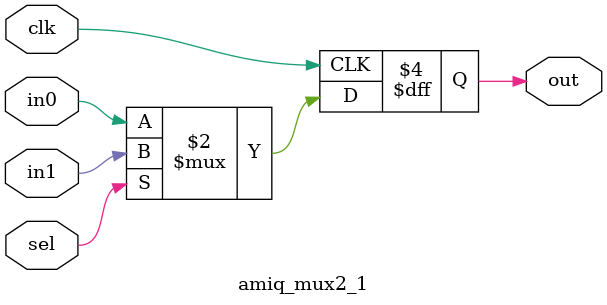
<source format=v>

module amiq_mux2_1(input clk, input sel, input in0, input in1, output reg out);
	initial out=0;
	
	always@(posedge clk) begin
		out<=sel?in1:in0;	
	end
endmodule


</source>
